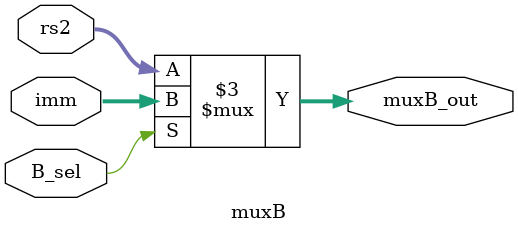
<source format=v>
module muxB (input [31:0] imm,// gia tri so tu don immediate lay tu khoi immGen
		 rs2,// gia tri toanhang hai cua khoi ALU duoc luu trong khoi Reg[] rs2,
              input B_sel,
              output reg [31:0] muxB_out);
always @(B_sel, imm, rs2) begin
  if (B_sel)// Bsel = 1 chon lay gia tri immediatecho cac phep jump, so sanh nhay
    muxB_out= imm;
  else//Bsel = 0 chon lay gia tri rs2 cho vao toan hang 2 cua khoi ALU tinh toan cac phep tinh binh thuong
    muxB_out= rs2;
end
endmodule
</source>
